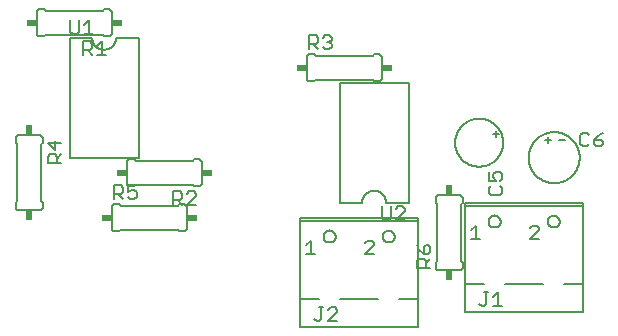
<source format=gbr>
G04 EAGLE Gerber RS-274X export*
G75*
%MOMM*%
%FSLAX34Y34*%
%LPD*%
%INSilkscreen Top*%
%IPPOS*%
%AMOC8*
5,1,8,0,0,1.08239X$1,22.5*%
G01*
%ADD10C,0.152400*%
%ADD11C,0.127000*%
%ADD12R,0.863600X0.609600*%
%ADD13R,0.609600X0.863600*%


D10*
X1055370Y505460D02*
X1055370Y500380D01*
X1052830Y502920D02*
X1057910Y502920D01*
X1021080Y495300D02*
X1021086Y495799D01*
X1021104Y496297D01*
X1021135Y496795D01*
X1021178Y497292D01*
X1021233Y497787D01*
X1021300Y498282D01*
X1021379Y498774D01*
X1021470Y499264D01*
X1021574Y499752D01*
X1021689Y500237D01*
X1021816Y500720D01*
X1021955Y501199D01*
X1022106Y501674D01*
X1022268Y502146D01*
X1022442Y502613D01*
X1022627Y503076D01*
X1022823Y503535D01*
X1023031Y503988D01*
X1023250Y504436D01*
X1023479Y504879D01*
X1023720Y505316D01*
X1023971Y505747D01*
X1024233Y506171D01*
X1024505Y506589D01*
X1024787Y507000D01*
X1025079Y507405D01*
X1025381Y507802D01*
X1025692Y508191D01*
X1026014Y508572D01*
X1026344Y508946D01*
X1026683Y509311D01*
X1027032Y509668D01*
X1027389Y510017D01*
X1027754Y510356D01*
X1028128Y510686D01*
X1028509Y511008D01*
X1028898Y511319D01*
X1029295Y511621D01*
X1029700Y511913D01*
X1030111Y512195D01*
X1030529Y512467D01*
X1030953Y512729D01*
X1031384Y512980D01*
X1031821Y513221D01*
X1032264Y513450D01*
X1032712Y513669D01*
X1033165Y513877D01*
X1033624Y514073D01*
X1034087Y514258D01*
X1034554Y514432D01*
X1035026Y514594D01*
X1035501Y514745D01*
X1035980Y514884D01*
X1036463Y515011D01*
X1036948Y515126D01*
X1037436Y515230D01*
X1037926Y515321D01*
X1038418Y515400D01*
X1038913Y515467D01*
X1039408Y515522D01*
X1039905Y515565D01*
X1040403Y515596D01*
X1040901Y515614D01*
X1041400Y515620D01*
X1041899Y515614D01*
X1042397Y515596D01*
X1042895Y515565D01*
X1043392Y515522D01*
X1043887Y515467D01*
X1044382Y515400D01*
X1044874Y515321D01*
X1045364Y515230D01*
X1045852Y515126D01*
X1046337Y515011D01*
X1046820Y514884D01*
X1047299Y514745D01*
X1047774Y514594D01*
X1048246Y514432D01*
X1048713Y514258D01*
X1049176Y514073D01*
X1049635Y513877D01*
X1050088Y513669D01*
X1050536Y513450D01*
X1050979Y513221D01*
X1051416Y512980D01*
X1051847Y512729D01*
X1052271Y512467D01*
X1052689Y512195D01*
X1053100Y511913D01*
X1053505Y511621D01*
X1053902Y511319D01*
X1054291Y511008D01*
X1054672Y510686D01*
X1055046Y510356D01*
X1055411Y510017D01*
X1055768Y509668D01*
X1056117Y509311D01*
X1056456Y508946D01*
X1056786Y508572D01*
X1057108Y508191D01*
X1057419Y507802D01*
X1057721Y507405D01*
X1058013Y507000D01*
X1058295Y506589D01*
X1058567Y506171D01*
X1058829Y505747D01*
X1059080Y505316D01*
X1059321Y504879D01*
X1059550Y504436D01*
X1059769Y503988D01*
X1059977Y503535D01*
X1060173Y503076D01*
X1060358Y502613D01*
X1060532Y502146D01*
X1060694Y501674D01*
X1060845Y501199D01*
X1060984Y500720D01*
X1061111Y500237D01*
X1061226Y499752D01*
X1061330Y499264D01*
X1061421Y498774D01*
X1061500Y498282D01*
X1061567Y497787D01*
X1061622Y497292D01*
X1061665Y496795D01*
X1061696Y496297D01*
X1061714Y495799D01*
X1061720Y495300D01*
X1061714Y494801D01*
X1061696Y494303D01*
X1061665Y493805D01*
X1061622Y493308D01*
X1061567Y492813D01*
X1061500Y492318D01*
X1061421Y491826D01*
X1061330Y491336D01*
X1061226Y490848D01*
X1061111Y490363D01*
X1060984Y489880D01*
X1060845Y489401D01*
X1060694Y488926D01*
X1060532Y488454D01*
X1060358Y487987D01*
X1060173Y487524D01*
X1059977Y487065D01*
X1059769Y486612D01*
X1059550Y486164D01*
X1059321Y485721D01*
X1059080Y485284D01*
X1058829Y484853D01*
X1058567Y484429D01*
X1058295Y484011D01*
X1058013Y483600D01*
X1057721Y483195D01*
X1057419Y482798D01*
X1057108Y482409D01*
X1056786Y482028D01*
X1056456Y481654D01*
X1056117Y481289D01*
X1055768Y480932D01*
X1055411Y480583D01*
X1055046Y480244D01*
X1054672Y479914D01*
X1054291Y479592D01*
X1053902Y479281D01*
X1053505Y478979D01*
X1053100Y478687D01*
X1052689Y478405D01*
X1052271Y478133D01*
X1051847Y477871D01*
X1051416Y477620D01*
X1050979Y477379D01*
X1050536Y477150D01*
X1050088Y476931D01*
X1049635Y476723D01*
X1049176Y476527D01*
X1048713Y476342D01*
X1048246Y476168D01*
X1047774Y476006D01*
X1047299Y475855D01*
X1046820Y475716D01*
X1046337Y475589D01*
X1045852Y475474D01*
X1045364Y475370D01*
X1044874Y475279D01*
X1044382Y475200D01*
X1043887Y475133D01*
X1043392Y475078D01*
X1042895Y475035D01*
X1042397Y475004D01*
X1041899Y474986D01*
X1041400Y474980D01*
X1040901Y474986D01*
X1040403Y475004D01*
X1039905Y475035D01*
X1039408Y475078D01*
X1038913Y475133D01*
X1038418Y475200D01*
X1037926Y475279D01*
X1037436Y475370D01*
X1036948Y475474D01*
X1036463Y475589D01*
X1035980Y475716D01*
X1035501Y475855D01*
X1035026Y476006D01*
X1034554Y476168D01*
X1034087Y476342D01*
X1033624Y476527D01*
X1033165Y476723D01*
X1032712Y476931D01*
X1032264Y477150D01*
X1031821Y477379D01*
X1031384Y477620D01*
X1030953Y477871D01*
X1030529Y478133D01*
X1030111Y478405D01*
X1029700Y478687D01*
X1029295Y478979D01*
X1028898Y479281D01*
X1028509Y479592D01*
X1028128Y479914D01*
X1027754Y480244D01*
X1027389Y480583D01*
X1027032Y480932D01*
X1026683Y481289D01*
X1026344Y481654D01*
X1026014Y482028D01*
X1025692Y482409D01*
X1025381Y482798D01*
X1025079Y483195D01*
X1024787Y483600D01*
X1024505Y484011D01*
X1024233Y484429D01*
X1023971Y484853D01*
X1023720Y485284D01*
X1023479Y485721D01*
X1023250Y486164D01*
X1023031Y486612D01*
X1022823Y487065D01*
X1022627Y487524D01*
X1022442Y487987D01*
X1022268Y488454D01*
X1022106Y488926D01*
X1021955Y489401D01*
X1021816Y489880D01*
X1021689Y490363D01*
X1021574Y490848D01*
X1021470Y491336D01*
X1021379Y491826D01*
X1021300Y492318D01*
X1021233Y492813D01*
X1021178Y493308D01*
X1021135Y493805D01*
X1021104Y494303D01*
X1021086Y494801D01*
X1021080Y495300D01*
D11*
X1051552Y458584D02*
X1049645Y456677D01*
X1049645Y452864D01*
X1051552Y450957D01*
X1059178Y450957D01*
X1061085Y452864D01*
X1061085Y456677D01*
X1059178Y458584D01*
X1049645Y462651D02*
X1049645Y470278D01*
X1049645Y462651D02*
X1055365Y462651D01*
X1053459Y466464D01*
X1053459Y468371D01*
X1055365Y470278D01*
X1059178Y470278D01*
X1061085Y468371D01*
X1061085Y464558D01*
X1059178Y462651D01*
D10*
X1097280Y497840D02*
X1102360Y497840D01*
X1099820Y495300D02*
X1099820Y500380D01*
X1108710Y497840D02*
X1113790Y497840D01*
X1083310Y482600D02*
X1083317Y483130D01*
X1083336Y483659D01*
X1083368Y484188D01*
X1083414Y484716D01*
X1083472Y485243D01*
X1083544Y485768D01*
X1083628Y486291D01*
X1083725Y486812D01*
X1083835Y487330D01*
X1083957Y487846D01*
X1084092Y488358D01*
X1084240Y488867D01*
X1084400Y489372D01*
X1084572Y489873D01*
X1084757Y490370D01*
X1084953Y490862D01*
X1085162Y491349D01*
X1085383Y491831D01*
X1085615Y492307D01*
X1085859Y492777D01*
X1086115Y493242D01*
X1086382Y493699D01*
X1086660Y494151D01*
X1086949Y494595D01*
X1087248Y495032D01*
X1087559Y495461D01*
X1087880Y495883D01*
X1088211Y496297D01*
X1088552Y496702D01*
X1088903Y497099D01*
X1089264Y497487D01*
X1089634Y497866D01*
X1090013Y498236D01*
X1090401Y498597D01*
X1090798Y498948D01*
X1091203Y499289D01*
X1091617Y499620D01*
X1092039Y499941D01*
X1092468Y500252D01*
X1092905Y500551D01*
X1093349Y500840D01*
X1093801Y501118D01*
X1094258Y501385D01*
X1094723Y501641D01*
X1095193Y501885D01*
X1095669Y502117D01*
X1096151Y502338D01*
X1096638Y502547D01*
X1097130Y502743D01*
X1097627Y502928D01*
X1098128Y503100D01*
X1098633Y503260D01*
X1099142Y503408D01*
X1099654Y503543D01*
X1100170Y503665D01*
X1100688Y503775D01*
X1101209Y503872D01*
X1101732Y503956D01*
X1102257Y504028D01*
X1102784Y504086D01*
X1103312Y504132D01*
X1103841Y504164D01*
X1104370Y504183D01*
X1104900Y504190D01*
X1105430Y504183D01*
X1105959Y504164D01*
X1106488Y504132D01*
X1107016Y504086D01*
X1107543Y504028D01*
X1108068Y503956D01*
X1108591Y503872D01*
X1109112Y503775D01*
X1109630Y503665D01*
X1110146Y503543D01*
X1110658Y503408D01*
X1111167Y503260D01*
X1111672Y503100D01*
X1112173Y502928D01*
X1112670Y502743D01*
X1113162Y502547D01*
X1113649Y502338D01*
X1114131Y502117D01*
X1114607Y501885D01*
X1115077Y501641D01*
X1115542Y501385D01*
X1115999Y501118D01*
X1116451Y500840D01*
X1116895Y500551D01*
X1117332Y500252D01*
X1117761Y499941D01*
X1118183Y499620D01*
X1118597Y499289D01*
X1119002Y498948D01*
X1119399Y498597D01*
X1119787Y498236D01*
X1120166Y497866D01*
X1120536Y497487D01*
X1120897Y497099D01*
X1121248Y496702D01*
X1121589Y496297D01*
X1121920Y495883D01*
X1122241Y495461D01*
X1122552Y495032D01*
X1122851Y494595D01*
X1123140Y494151D01*
X1123418Y493699D01*
X1123685Y493242D01*
X1123941Y492777D01*
X1124185Y492307D01*
X1124417Y491831D01*
X1124638Y491349D01*
X1124847Y490862D01*
X1125043Y490370D01*
X1125228Y489873D01*
X1125400Y489372D01*
X1125560Y488867D01*
X1125708Y488358D01*
X1125843Y487846D01*
X1125965Y487330D01*
X1126075Y486812D01*
X1126172Y486291D01*
X1126256Y485768D01*
X1126328Y485243D01*
X1126386Y484716D01*
X1126432Y484188D01*
X1126464Y483659D01*
X1126483Y483130D01*
X1126490Y482600D01*
X1126483Y482070D01*
X1126464Y481541D01*
X1126432Y481012D01*
X1126386Y480484D01*
X1126328Y479957D01*
X1126256Y479432D01*
X1126172Y478909D01*
X1126075Y478388D01*
X1125965Y477870D01*
X1125843Y477354D01*
X1125708Y476842D01*
X1125560Y476333D01*
X1125400Y475828D01*
X1125228Y475327D01*
X1125043Y474830D01*
X1124847Y474338D01*
X1124638Y473851D01*
X1124417Y473369D01*
X1124185Y472893D01*
X1123941Y472423D01*
X1123685Y471958D01*
X1123418Y471501D01*
X1123140Y471049D01*
X1122851Y470605D01*
X1122552Y470168D01*
X1122241Y469739D01*
X1121920Y469317D01*
X1121589Y468903D01*
X1121248Y468498D01*
X1120897Y468101D01*
X1120536Y467713D01*
X1120166Y467334D01*
X1119787Y466964D01*
X1119399Y466603D01*
X1119002Y466252D01*
X1118597Y465911D01*
X1118183Y465580D01*
X1117761Y465259D01*
X1117332Y464948D01*
X1116895Y464649D01*
X1116451Y464360D01*
X1115999Y464082D01*
X1115542Y463815D01*
X1115077Y463559D01*
X1114607Y463315D01*
X1114131Y463083D01*
X1113649Y462862D01*
X1113162Y462653D01*
X1112670Y462457D01*
X1112173Y462272D01*
X1111672Y462100D01*
X1111167Y461940D01*
X1110658Y461792D01*
X1110146Y461657D01*
X1109630Y461535D01*
X1109112Y461425D01*
X1108591Y461328D01*
X1108068Y461244D01*
X1107543Y461172D01*
X1107016Y461114D01*
X1106488Y461068D01*
X1105959Y461036D01*
X1105430Y461017D01*
X1104900Y461010D01*
X1104370Y461017D01*
X1103841Y461036D01*
X1103312Y461068D01*
X1102784Y461114D01*
X1102257Y461172D01*
X1101732Y461244D01*
X1101209Y461328D01*
X1100688Y461425D01*
X1100170Y461535D01*
X1099654Y461657D01*
X1099142Y461792D01*
X1098633Y461940D01*
X1098128Y462100D01*
X1097627Y462272D01*
X1097130Y462457D01*
X1096638Y462653D01*
X1096151Y462862D01*
X1095669Y463083D01*
X1095193Y463315D01*
X1094723Y463559D01*
X1094258Y463815D01*
X1093801Y464082D01*
X1093349Y464360D01*
X1092905Y464649D01*
X1092468Y464948D01*
X1092039Y465259D01*
X1091617Y465580D01*
X1091203Y465911D01*
X1090798Y466252D01*
X1090401Y466603D01*
X1090013Y466964D01*
X1089634Y467334D01*
X1089264Y467713D01*
X1088903Y468101D01*
X1088552Y468498D01*
X1088211Y468903D01*
X1087880Y469317D01*
X1087559Y469739D01*
X1087248Y470168D01*
X1086949Y470605D01*
X1086660Y471049D01*
X1086382Y471501D01*
X1086115Y471958D01*
X1085859Y472423D01*
X1085615Y472893D01*
X1085383Y473369D01*
X1085162Y473851D01*
X1084953Y474338D01*
X1084757Y474830D01*
X1084572Y475327D01*
X1084400Y475828D01*
X1084240Y476333D01*
X1084092Y476842D01*
X1083957Y477354D01*
X1083835Y477870D01*
X1083725Y478388D01*
X1083628Y478909D01*
X1083544Y479432D01*
X1083472Y479957D01*
X1083414Y480484D01*
X1083368Y481012D01*
X1083336Y481541D01*
X1083317Y482070D01*
X1083310Y482600D01*
D11*
X1132845Y503565D02*
X1134752Y501658D01*
X1132845Y503565D02*
X1129032Y503565D01*
X1127125Y501658D01*
X1127125Y494032D01*
X1129032Y492125D01*
X1132845Y492125D01*
X1134752Y494032D01*
X1142632Y501658D02*
X1146445Y503565D01*
X1142632Y501658D02*
X1138819Y497845D01*
X1138819Y494032D01*
X1140726Y492125D01*
X1144539Y492125D01*
X1146445Y494032D01*
X1146445Y495938D01*
X1144539Y497845D01*
X1138819Y497845D01*
D10*
X1129430Y351790D02*
X1029610Y351790D01*
X1129430Y441710D02*
X1129430Y443740D01*
X1029610Y443740D01*
X1029610Y375670D02*
X1029610Y351790D01*
X1029610Y375670D02*
X1045610Y375670D01*
X1063390Y375670D02*
X1095650Y375670D01*
X1113430Y375670D02*
X1129430Y375670D01*
X1029610Y375670D02*
X1029610Y441710D01*
X1129430Y375670D02*
X1129430Y351790D01*
X1129430Y441710D02*
X1029610Y441710D01*
X1029610Y443740D01*
X1129430Y441710D02*
X1129430Y375670D01*
X1049420Y428498D02*
X1049422Y428640D01*
X1049428Y428783D01*
X1049438Y428925D01*
X1049452Y429067D01*
X1049470Y429208D01*
X1049492Y429349D01*
X1049518Y429489D01*
X1049547Y429628D01*
X1049581Y429767D01*
X1049619Y429904D01*
X1049660Y430041D01*
X1049705Y430176D01*
X1049754Y430310D01*
X1049807Y430442D01*
X1049863Y430573D01*
X1049923Y430702D01*
X1049987Y430830D01*
X1050054Y430955D01*
X1050125Y431079D01*
X1050199Y431201D01*
X1050276Y431320D01*
X1050357Y431438D01*
X1050441Y431553D01*
X1050528Y431665D01*
X1050619Y431775D01*
X1050712Y431883D01*
X1050809Y431988D01*
X1050908Y432090D01*
X1051010Y432189D01*
X1051115Y432286D01*
X1051223Y432379D01*
X1051333Y432470D01*
X1051445Y432557D01*
X1051560Y432641D01*
X1051678Y432722D01*
X1051797Y432799D01*
X1051919Y432873D01*
X1052043Y432944D01*
X1052168Y433011D01*
X1052296Y433075D01*
X1052425Y433135D01*
X1052556Y433191D01*
X1052688Y433244D01*
X1052822Y433293D01*
X1052957Y433338D01*
X1053094Y433379D01*
X1053231Y433417D01*
X1053370Y433451D01*
X1053509Y433480D01*
X1053649Y433506D01*
X1053790Y433528D01*
X1053931Y433546D01*
X1054073Y433560D01*
X1054215Y433570D01*
X1054358Y433576D01*
X1054500Y433578D01*
X1054642Y433576D01*
X1054785Y433570D01*
X1054927Y433560D01*
X1055069Y433546D01*
X1055210Y433528D01*
X1055351Y433506D01*
X1055491Y433480D01*
X1055630Y433451D01*
X1055769Y433417D01*
X1055906Y433379D01*
X1056043Y433338D01*
X1056178Y433293D01*
X1056312Y433244D01*
X1056444Y433191D01*
X1056575Y433135D01*
X1056704Y433075D01*
X1056832Y433011D01*
X1056957Y432944D01*
X1057081Y432873D01*
X1057203Y432799D01*
X1057322Y432722D01*
X1057440Y432641D01*
X1057555Y432557D01*
X1057667Y432470D01*
X1057777Y432379D01*
X1057885Y432286D01*
X1057990Y432189D01*
X1058092Y432090D01*
X1058191Y431988D01*
X1058288Y431883D01*
X1058381Y431775D01*
X1058472Y431665D01*
X1058559Y431553D01*
X1058643Y431438D01*
X1058724Y431320D01*
X1058801Y431201D01*
X1058875Y431079D01*
X1058946Y430955D01*
X1059013Y430830D01*
X1059077Y430702D01*
X1059137Y430573D01*
X1059193Y430442D01*
X1059246Y430310D01*
X1059295Y430176D01*
X1059340Y430041D01*
X1059381Y429904D01*
X1059419Y429767D01*
X1059453Y429628D01*
X1059482Y429489D01*
X1059508Y429349D01*
X1059530Y429208D01*
X1059548Y429067D01*
X1059562Y428925D01*
X1059572Y428783D01*
X1059578Y428640D01*
X1059580Y428498D01*
X1059578Y428356D01*
X1059572Y428213D01*
X1059562Y428071D01*
X1059548Y427929D01*
X1059530Y427788D01*
X1059508Y427647D01*
X1059482Y427507D01*
X1059453Y427368D01*
X1059419Y427229D01*
X1059381Y427092D01*
X1059340Y426955D01*
X1059295Y426820D01*
X1059246Y426686D01*
X1059193Y426554D01*
X1059137Y426423D01*
X1059077Y426294D01*
X1059013Y426166D01*
X1058946Y426041D01*
X1058875Y425917D01*
X1058801Y425795D01*
X1058724Y425676D01*
X1058643Y425558D01*
X1058559Y425443D01*
X1058472Y425331D01*
X1058381Y425221D01*
X1058288Y425113D01*
X1058191Y425008D01*
X1058092Y424906D01*
X1057990Y424807D01*
X1057885Y424710D01*
X1057777Y424617D01*
X1057667Y424526D01*
X1057555Y424439D01*
X1057440Y424355D01*
X1057322Y424274D01*
X1057203Y424197D01*
X1057081Y424123D01*
X1056957Y424052D01*
X1056832Y423985D01*
X1056704Y423921D01*
X1056575Y423861D01*
X1056444Y423805D01*
X1056312Y423752D01*
X1056178Y423703D01*
X1056043Y423658D01*
X1055906Y423617D01*
X1055769Y423579D01*
X1055630Y423545D01*
X1055491Y423516D01*
X1055351Y423490D01*
X1055210Y423468D01*
X1055069Y423450D01*
X1054927Y423436D01*
X1054785Y423426D01*
X1054642Y423420D01*
X1054500Y423418D01*
X1054358Y423420D01*
X1054215Y423426D01*
X1054073Y423436D01*
X1053931Y423450D01*
X1053790Y423468D01*
X1053649Y423490D01*
X1053509Y423516D01*
X1053370Y423545D01*
X1053231Y423579D01*
X1053094Y423617D01*
X1052957Y423658D01*
X1052822Y423703D01*
X1052688Y423752D01*
X1052556Y423805D01*
X1052425Y423861D01*
X1052296Y423921D01*
X1052168Y423985D01*
X1052043Y424052D01*
X1051919Y424123D01*
X1051797Y424197D01*
X1051678Y424274D01*
X1051560Y424355D01*
X1051445Y424439D01*
X1051333Y424526D01*
X1051223Y424617D01*
X1051115Y424710D01*
X1051010Y424807D01*
X1050908Y424906D01*
X1050809Y425008D01*
X1050712Y425113D01*
X1050619Y425221D01*
X1050528Y425331D01*
X1050441Y425443D01*
X1050357Y425558D01*
X1050276Y425676D01*
X1050199Y425795D01*
X1050125Y425917D01*
X1050054Y426041D01*
X1049987Y426166D01*
X1049923Y426294D01*
X1049863Y426423D01*
X1049807Y426554D01*
X1049754Y426686D01*
X1049705Y426820D01*
X1049660Y426955D01*
X1049619Y427092D01*
X1049581Y427229D01*
X1049547Y427368D01*
X1049518Y427507D01*
X1049492Y427647D01*
X1049470Y427788D01*
X1049452Y427929D01*
X1049438Y428071D01*
X1049428Y428213D01*
X1049422Y428356D01*
X1049420Y428498D01*
X1099458Y428498D02*
X1099460Y428640D01*
X1099466Y428783D01*
X1099476Y428925D01*
X1099490Y429067D01*
X1099508Y429208D01*
X1099530Y429349D01*
X1099556Y429489D01*
X1099585Y429628D01*
X1099619Y429767D01*
X1099657Y429904D01*
X1099698Y430041D01*
X1099743Y430176D01*
X1099792Y430310D01*
X1099845Y430442D01*
X1099901Y430573D01*
X1099961Y430702D01*
X1100025Y430830D01*
X1100092Y430955D01*
X1100163Y431079D01*
X1100237Y431201D01*
X1100314Y431320D01*
X1100395Y431438D01*
X1100479Y431553D01*
X1100566Y431665D01*
X1100657Y431775D01*
X1100750Y431883D01*
X1100847Y431988D01*
X1100946Y432090D01*
X1101048Y432189D01*
X1101153Y432286D01*
X1101261Y432379D01*
X1101371Y432470D01*
X1101483Y432557D01*
X1101598Y432641D01*
X1101716Y432722D01*
X1101835Y432799D01*
X1101957Y432873D01*
X1102081Y432944D01*
X1102206Y433011D01*
X1102334Y433075D01*
X1102463Y433135D01*
X1102594Y433191D01*
X1102726Y433244D01*
X1102860Y433293D01*
X1102995Y433338D01*
X1103132Y433379D01*
X1103269Y433417D01*
X1103408Y433451D01*
X1103547Y433480D01*
X1103687Y433506D01*
X1103828Y433528D01*
X1103969Y433546D01*
X1104111Y433560D01*
X1104253Y433570D01*
X1104396Y433576D01*
X1104538Y433578D01*
X1104680Y433576D01*
X1104823Y433570D01*
X1104965Y433560D01*
X1105107Y433546D01*
X1105248Y433528D01*
X1105389Y433506D01*
X1105529Y433480D01*
X1105668Y433451D01*
X1105807Y433417D01*
X1105944Y433379D01*
X1106081Y433338D01*
X1106216Y433293D01*
X1106350Y433244D01*
X1106482Y433191D01*
X1106613Y433135D01*
X1106742Y433075D01*
X1106870Y433011D01*
X1106995Y432944D01*
X1107119Y432873D01*
X1107241Y432799D01*
X1107360Y432722D01*
X1107478Y432641D01*
X1107593Y432557D01*
X1107705Y432470D01*
X1107815Y432379D01*
X1107923Y432286D01*
X1108028Y432189D01*
X1108130Y432090D01*
X1108229Y431988D01*
X1108326Y431883D01*
X1108419Y431775D01*
X1108510Y431665D01*
X1108597Y431553D01*
X1108681Y431438D01*
X1108762Y431320D01*
X1108839Y431201D01*
X1108913Y431079D01*
X1108984Y430955D01*
X1109051Y430830D01*
X1109115Y430702D01*
X1109175Y430573D01*
X1109231Y430442D01*
X1109284Y430310D01*
X1109333Y430176D01*
X1109378Y430041D01*
X1109419Y429904D01*
X1109457Y429767D01*
X1109491Y429628D01*
X1109520Y429489D01*
X1109546Y429349D01*
X1109568Y429208D01*
X1109586Y429067D01*
X1109600Y428925D01*
X1109610Y428783D01*
X1109616Y428640D01*
X1109618Y428498D01*
X1109616Y428356D01*
X1109610Y428213D01*
X1109600Y428071D01*
X1109586Y427929D01*
X1109568Y427788D01*
X1109546Y427647D01*
X1109520Y427507D01*
X1109491Y427368D01*
X1109457Y427229D01*
X1109419Y427092D01*
X1109378Y426955D01*
X1109333Y426820D01*
X1109284Y426686D01*
X1109231Y426554D01*
X1109175Y426423D01*
X1109115Y426294D01*
X1109051Y426166D01*
X1108984Y426041D01*
X1108913Y425917D01*
X1108839Y425795D01*
X1108762Y425676D01*
X1108681Y425558D01*
X1108597Y425443D01*
X1108510Y425331D01*
X1108419Y425221D01*
X1108326Y425113D01*
X1108229Y425008D01*
X1108130Y424906D01*
X1108028Y424807D01*
X1107923Y424710D01*
X1107815Y424617D01*
X1107705Y424526D01*
X1107593Y424439D01*
X1107478Y424355D01*
X1107360Y424274D01*
X1107241Y424197D01*
X1107119Y424123D01*
X1106995Y424052D01*
X1106870Y423985D01*
X1106742Y423921D01*
X1106613Y423861D01*
X1106482Y423805D01*
X1106350Y423752D01*
X1106216Y423703D01*
X1106081Y423658D01*
X1105944Y423617D01*
X1105807Y423579D01*
X1105668Y423545D01*
X1105529Y423516D01*
X1105389Y423490D01*
X1105248Y423468D01*
X1105107Y423450D01*
X1104965Y423436D01*
X1104823Y423426D01*
X1104680Y423420D01*
X1104538Y423418D01*
X1104396Y423420D01*
X1104253Y423426D01*
X1104111Y423436D01*
X1103969Y423450D01*
X1103828Y423468D01*
X1103687Y423490D01*
X1103547Y423516D01*
X1103408Y423545D01*
X1103269Y423579D01*
X1103132Y423617D01*
X1102995Y423658D01*
X1102860Y423703D01*
X1102726Y423752D01*
X1102594Y423805D01*
X1102463Y423861D01*
X1102334Y423921D01*
X1102206Y423985D01*
X1102081Y424052D01*
X1101957Y424123D01*
X1101835Y424197D01*
X1101716Y424274D01*
X1101598Y424355D01*
X1101483Y424439D01*
X1101371Y424526D01*
X1101261Y424617D01*
X1101153Y424710D01*
X1101048Y424807D01*
X1100946Y424906D01*
X1100847Y425008D01*
X1100750Y425113D01*
X1100657Y425221D01*
X1100566Y425331D01*
X1100479Y425443D01*
X1100395Y425558D01*
X1100314Y425676D01*
X1100237Y425795D01*
X1100163Y425917D01*
X1100092Y426041D01*
X1100025Y426166D01*
X1099961Y426294D01*
X1099901Y426423D01*
X1099845Y426554D01*
X1099792Y426686D01*
X1099743Y426820D01*
X1099698Y426955D01*
X1099657Y427092D01*
X1099619Y427229D01*
X1099585Y427368D01*
X1099556Y427507D01*
X1099530Y427647D01*
X1099508Y427788D01*
X1099490Y427929D01*
X1099476Y428071D01*
X1099466Y428213D01*
X1099460Y428356D01*
X1099458Y428498D01*
D11*
X1038628Y424825D02*
X1034815Y421012D01*
X1038628Y424825D02*
X1038628Y413385D01*
X1034815Y413385D02*
X1042442Y413385D01*
X1084345Y413385D02*
X1091972Y413385D01*
X1084345Y413385D02*
X1091972Y421012D01*
X1091972Y422918D01*
X1090065Y424825D01*
X1086252Y424825D01*
X1084345Y422918D01*
X1041673Y358904D02*
X1043580Y356997D01*
X1045486Y356997D01*
X1047393Y358904D01*
X1047393Y368437D01*
X1045486Y368437D02*
X1049300Y368437D01*
X1053367Y364624D02*
X1057180Y368437D01*
X1057180Y356997D01*
X1053367Y356997D02*
X1060993Y356997D01*
D10*
X989730Y339090D02*
X889910Y339090D01*
X989730Y429010D02*
X989730Y431040D01*
X889910Y431040D01*
X889910Y362970D02*
X889910Y339090D01*
X889910Y362970D02*
X905910Y362970D01*
X923690Y362970D02*
X955950Y362970D01*
X973730Y362970D02*
X989730Y362970D01*
X889910Y362970D02*
X889910Y429010D01*
X989730Y362970D02*
X989730Y339090D01*
X989730Y429010D02*
X889910Y429010D01*
X889910Y431040D01*
X989730Y429010D02*
X989730Y362970D01*
X909720Y415798D02*
X909722Y415940D01*
X909728Y416083D01*
X909738Y416225D01*
X909752Y416367D01*
X909770Y416508D01*
X909792Y416649D01*
X909818Y416789D01*
X909847Y416928D01*
X909881Y417067D01*
X909919Y417204D01*
X909960Y417341D01*
X910005Y417476D01*
X910054Y417610D01*
X910107Y417742D01*
X910163Y417873D01*
X910223Y418002D01*
X910287Y418130D01*
X910354Y418255D01*
X910425Y418379D01*
X910499Y418501D01*
X910576Y418620D01*
X910657Y418738D01*
X910741Y418853D01*
X910828Y418965D01*
X910919Y419075D01*
X911012Y419183D01*
X911109Y419288D01*
X911208Y419390D01*
X911310Y419489D01*
X911415Y419586D01*
X911523Y419679D01*
X911633Y419770D01*
X911745Y419857D01*
X911860Y419941D01*
X911978Y420022D01*
X912097Y420099D01*
X912219Y420173D01*
X912343Y420244D01*
X912468Y420311D01*
X912596Y420375D01*
X912725Y420435D01*
X912856Y420491D01*
X912988Y420544D01*
X913122Y420593D01*
X913257Y420638D01*
X913394Y420679D01*
X913531Y420717D01*
X913670Y420751D01*
X913809Y420780D01*
X913949Y420806D01*
X914090Y420828D01*
X914231Y420846D01*
X914373Y420860D01*
X914515Y420870D01*
X914658Y420876D01*
X914800Y420878D01*
X914942Y420876D01*
X915085Y420870D01*
X915227Y420860D01*
X915369Y420846D01*
X915510Y420828D01*
X915651Y420806D01*
X915791Y420780D01*
X915930Y420751D01*
X916069Y420717D01*
X916206Y420679D01*
X916343Y420638D01*
X916478Y420593D01*
X916612Y420544D01*
X916744Y420491D01*
X916875Y420435D01*
X917004Y420375D01*
X917132Y420311D01*
X917257Y420244D01*
X917381Y420173D01*
X917503Y420099D01*
X917622Y420022D01*
X917740Y419941D01*
X917855Y419857D01*
X917967Y419770D01*
X918077Y419679D01*
X918185Y419586D01*
X918290Y419489D01*
X918392Y419390D01*
X918491Y419288D01*
X918588Y419183D01*
X918681Y419075D01*
X918772Y418965D01*
X918859Y418853D01*
X918943Y418738D01*
X919024Y418620D01*
X919101Y418501D01*
X919175Y418379D01*
X919246Y418255D01*
X919313Y418130D01*
X919377Y418002D01*
X919437Y417873D01*
X919493Y417742D01*
X919546Y417610D01*
X919595Y417476D01*
X919640Y417341D01*
X919681Y417204D01*
X919719Y417067D01*
X919753Y416928D01*
X919782Y416789D01*
X919808Y416649D01*
X919830Y416508D01*
X919848Y416367D01*
X919862Y416225D01*
X919872Y416083D01*
X919878Y415940D01*
X919880Y415798D01*
X919878Y415656D01*
X919872Y415513D01*
X919862Y415371D01*
X919848Y415229D01*
X919830Y415088D01*
X919808Y414947D01*
X919782Y414807D01*
X919753Y414668D01*
X919719Y414529D01*
X919681Y414392D01*
X919640Y414255D01*
X919595Y414120D01*
X919546Y413986D01*
X919493Y413854D01*
X919437Y413723D01*
X919377Y413594D01*
X919313Y413466D01*
X919246Y413341D01*
X919175Y413217D01*
X919101Y413095D01*
X919024Y412976D01*
X918943Y412858D01*
X918859Y412743D01*
X918772Y412631D01*
X918681Y412521D01*
X918588Y412413D01*
X918491Y412308D01*
X918392Y412206D01*
X918290Y412107D01*
X918185Y412010D01*
X918077Y411917D01*
X917967Y411826D01*
X917855Y411739D01*
X917740Y411655D01*
X917622Y411574D01*
X917503Y411497D01*
X917381Y411423D01*
X917257Y411352D01*
X917132Y411285D01*
X917004Y411221D01*
X916875Y411161D01*
X916744Y411105D01*
X916612Y411052D01*
X916478Y411003D01*
X916343Y410958D01*
X916206Y410917D01*
X916069Y410879D01*
X915930Y410845D01*
X915791Y410816D01*
X915651Y410790D01*
X915510Y410768D01*
X915369Y410750D01*
X915227Y410736D01*
X915085Y410726D01*
X914942Y410720D01*
X914800Y410718D01*
X914658Y410720D01*
X914515Y410726D01*
X914373Y410736D01*
X914231Y410750D01*
X914090Y410768D01*
X913949Y410790D01*
X913809Y410816D01*
X913670Y410845D01*
X913531Y410879D01*
X913394Y410917D01*
X913257Y410958D01*
X913122Y411003D01*
X912988Y411052D01*
X912856Y411105D01*
X912725Y411161D01*
X912596Y411221D01*
X912468Y411285D01*
X912343Y411352D01*
X912219Y411423D01*
X912097Y411497D01*
X911978Y411574D01*
X911860Y411655D01*
X911745Y411739D01*
X911633Y411826D01*
X911523Y411917D01*
X911415Y412010D01*
X911310Y412107D01*
X911208Y412206D01*
X911109Y412308D01*
X911012Y412413D01*
X910919Y412521D01*
X910828Y412631D01*
X910741Y412743D01*
X910657Y412858D01*
X910576Y412976D01*
X910499Y413095D01*
X910425Y413217D01*
X910354Y413341D01*
X910287Y413466D01*
X910223Y413594D01*
X910163Y413723D01*
X910107Y413854D01*
X910054Y413986D01*
X910005Y414120D01*
X909960Y414255D01*
X909919Y414392D01*
X909881Y414529D01*
X909847Y414668D01*
X909818Y414807D01*
X909792Y414947D01*
X909770Y415088D01*
X909752Y415229D01*
X909738Y415371D01*
X909728Y415513D01*
X909722Y415656D01*
X909720Y415798D01*
X959758Y415798D02*
X959760Y415940D01*
X959766Y416083D01*
X959776Y416225D01*
X959790Y416367D01*
X959808Y416508D01*
X959830Y416649D01*
X959856Y416789D01*
X959885Y416928D01*
X959919Y417067D01*
X959957Y417204D01*
X959998Y417341D01*
X960043Y417476D01*
X960092Y417610D01*
X960145Y417742D01*
X960201Y417873D01*
X960261Y418002D01*
X960325Y418130D01*
X960392Y418255D01*
X960463Y418379D01*
X960537Y418501D01*
X960614Y418620D01*
X960695Y418738D01*
X960779Y418853D01*
X960866Y418965D01*
X960957Y419075D01*
X961050Y419183D01*
X961147Y419288D01*
X961246Y419390D01*
X961348Y419489D01*
X961453Y419586D01*
X961561Y419679D01*
X961671Y419770D01*
X961783Y419857D01*
X961898Y419941D01*
X962016Y420022D01*
X962135Y420099D01*
X962257Y420173D01*
X962381Y420244D01*
X962506Y420311D01*
X962634Y420375D01*
X962763Y420435D01*
X962894Y420491D01*
X963026Y420544D01*
X963160Y420593D01*
X963295Y420638D01*
X963432Y420679D01*
X963569Y420717D01*
X963708Y420751D01*
X963847Y420780D01*
X963987Y420806D01*
X964128Y420828D01*
X964269Y420846D01*
X964411Y420860D01*
X964553Y420870D01*
X964696Y420876D01*
X964838Y420878D01*
X964980Y420876D01*
X965123Y420870D01*
X965265Y420860D01*
X965407Y420846D01*
X965548Y420828D01*
X965689Y420806D01*
X965829Y420780D01*
X965968Y420751D01*
X966107Y420717D01*
X966244Y420679D01*
X966381Y420638D01*
X966516Y420593D01*
X966650Y420544D01*
X966782Y420491D01*
X966913Y420435D01*
X967042Y420375D01*
X967170Y420311D01*
X967295Y420244D01*
X967419Y420173D01*
X967541Y420099D01*
X967660Y420022D01*
X967778Y419941D01*
X967893Y419857D01*
X968005Y419770D01*
X968115Y419679D01*
X968223Y419586D01*
X968328Y419489D01*
X968430Y419390D01*
X968529Y419288D01*
X968626Y419183D01*
X968719Y419075D01*
X968810Y418965D01*
X968897Y418853D01*
X968981Y418738D01*
X969062Y418620D01*
X969139Y418501D01*
X969213Y418379D01*
X969284Y418255D01*
X969351Y418130D01*
X969415Y418002D01*
X969475Y417873D01*
X969531Y417742D01*
X969584Y417610D01*
X969633Y417476D01*
X969678Y417341D01*
X969719Y417204D01*
X969757Y417067D01*
X969791Y416928D01*
X969820Y416789D01*
X969846Y416649D01*
X969868Y416508D01*
X969886Y416367D01*
X969900Y416225D01*
X969910Y416083D01*
X969916Y415940D01*
X969918Y415798D01*
X969916Y415656D01*
X969910Y415513D01*
X969900Y415371D01*
X969886Y415229D01*
X969868Y415088D01*
X969846Y414947D01*
X969820Y414807D01*
X969791Y414668D01*
X969757Y414529D01*
X969719Y414392D01*
X969678Y414255D01*
X969633Y414120D01*
X969584Y413986D01*
X969531Y413854D01*
X969475Y413723D01*
X969415Y413594D01*
X969351Y413466D01*
X969284Y413341D01*
X969213Y413217D01*
X969139Y413095D01*
X969062Y412976D01*
X968981Y412858D01*
X968897Y412743D01*
X968810Y412631D01*
X968719Y412521D01*
X968626Y412413D01*
X968529Y412308D01*
X968430Y412206D01*
X968328Y412107D01*
X968223Y412010D01*
X968115Y411917D01*
X968005Y411826D01*
X967893Y411739D01*
X967778Y411655D01*
X967660Y411574D01*
X967541Y411497D01*
X967419Y411423D01*
X967295Y411352D01*
X967170Y411285D01*
X967042Y411221D01*
X966913Y411161D01*
X966782Y411105D01*
X966650Y411052D01*
X966516Y411003D01*
X966381Y410958D01*
X966244Y410917D01*
X966107Y410879D01*
X965968Y410845D01*
X965829Y410816D01*
X965689Y410790D01*
X965548Y410768D01*
X965407Y410750D01*
X965265Y410736D01*
X965123Y410726D01*
X964980Y410720D01*
X964838Y410718D01*
X964696Y410720D01*
X964553Y410726D01*
X964411Y410736D01*
X964269Y410750D01*
X964128Y410768D01*
X963987Y410790D01*
X963847Y410816D01*
X963708Y410845D01*
X963569Y410879D01*
X963432Y410917D01*
X963295Y410958D01*
X963160Y411003D01*
X963026Y411052D01*
X962894Y411105D01*
X962763Y411161D01*
X962634Y411221D01*
X962506Y411285D01*
X962381Y411352D01*
X962257Y411423D01*
X962135Y411497D01*
X962016Y411574D01*
X961898Y411655D01*
X961783Y411739D01*
X961671Y411826D01*
X961561Y411917D01*
X961453Y412010D01*
X961348Y412107D01*
X961246Y412206D01*
X961147Y412308D01*
X961050Y412413D01*
X960957Y412521D01*
X960866Y412631D01*
X960779Y412743D01*
X960695Y412858D01*
X960614Y412976D01*
X960537Y413095D01*
X960463Y413217D01*
X960392Y413341D01*
X960325Y413466D01*
X960261Y413594D01*
X960201Y413723D01*
X960145Y413854D01*
X960092Y413986D01*
X960043Y414120D01*
X959998Y414255D01*
X959957Y414392D01*
X959919Y414529D01*
X959885Y414668D01*
X959856Y414807D01*
X959830Y414947D01*
X959808Y415088D01*
X959790Y415229D01*
X959776Y415371D01*
X959766Y415513D01*
X959760Y415656D01*
X959758Y415798D01*
D11*
X898928Y412125D02*
X895115Y408312D01*
X898928Y412125D02*
X898928Y400685D01*
X895115Y400685D02*
X902742Y400685D01*
X944645Y400685D02*
X952272Y400685D01*
X944645Y400685D02*
X952272Y408312D01*
X952272Y410218D01*
X950365Y412125D01*
X946552Y412125D01*
X944645Y410218D01*
X901973Y346204D02*
X903880Y344297D01*
X905786Y344297D01*
X907693Y346204D01*
X907693Y355737D01*
X905786Y355737D02*
X909600Y355737D01*
X913667Y344297D02*
X921293Y344297D01*
X913667Y344297D02*
X921293Y351924D01*
X921293Y353830D01*
X919387Y355737D01*
X915574Y355737D01*
X913667Y353830D01*
D10*
X727710Y585470D02*
X727810Y585472D01*
X727909Y585478D01*
X728009Y585488D01*
X728107Y585501D01*
X728206Y585519D01*
X728303Y585540D01*
X728399Y585565D01*
X728495Y585594D01*
X728589Y585627D01*
X728682Y585663D01*
X728773Y585703D01*
X728863Y585747D01*
X728951Y585794D01*
X729037Y585844D01*
X729121Y585898D01*
X729203Y585955D01*
X729282Y586015D01*
X729360Y586079D01*
X729434Y586145D01*
X729506Y586214D01*
X729575Y586286D01*
X729641Y586360D01*
X729705Y586438D01*
X729765Y586517D01*
X729822Y586599D01*
X729876Y586683D01*
X729926Y586769D01*
X729973Y586857D01*
X730017Y586947D01*
X730057Y587038D01*
X730093Y587131D01*
X730126Y587225D01*
X730155Y587321D01*
X730180Y587417D01*
X730201Y587514D01*
X730219Y587613D01*
X730232Y587711D01*
X730242Y587811D01*
X730248Y587910D01*
X730250Y588010D01*
X730250Y605790D02*
X730248Y605890D01*
X730242Y605989D01*
X730232Y606089D01*
X730219Y606187D01*
X730201Y606286D01*
X730180Y606383D01*
X730155Y606479D01*
X730126Y606575D01*
X730093Y606669D01*
X730057Y606762D01*
X730017Y606853D01*
X729973Y606943D01*
X729926Y607031D01*
X729876Y607117D01*
X729822Y607201D01*
X729765Y607283D01*
X729705Y607362D01*
X729641Y607440D01*
X729575Y607514D01*
X729506Y607586D01*
X729434Y607655D01*
X729360Y607721D01*
X729282Y607785D01*
X729203Y607845D01*
X729121Y607902D01*
X729037Y607956D01*
X728951Y608006D01*
X728863Y608053D01*
X728773Y608097D01*
X728682Y608137D01*
X728589Y608173D01*
X728495Y608206D01*
X728399Y608235D01*
X728303Y608260D01*
X728206Y608281D01*
X728107Y608299D01*
X728009Y608312D01*
X727909Y608322D01*
X727810Y608328D01*
X727710Y608330D01*
X669290Y608330D02*
X669190Y608328D01*
X669091Y608322D01*
X668991Y608312D01*
X668893Y608299D01*
X668794Y608281D01*
X668697Y608260D01*
X668601Y608235D01*
X668505Y608206D01*
X668411Y608173D01*
X668318Y608137D01*
X668227Y608097D01*
X668137Y608053D01*
X668049Y608006D01*
X667963Y607956D01*
X667879Y607902D01*
X667797Y607845D01*
X667718Y607785D01*
X667640Y607721D01*
X667566Y607655D01*
X667494Y607586D01*
X667425Y607514D01*
X667359Y607440D01*
X667295Y607362D01*
X667235Y607283D01*
X667178Y607201D01*
X667124Y607117D01*
X667074Y607031D01*
X667027Y606943D01*
X666983Y606853D01*
X666943Y606762D01*
X666907Y606669D01*
X666874Y606575D01*
X666845Y606479D01*
X666820Y606383D01*
X666799Y606286D01*
X666781Y606187D01*
X666768Y606089D01*
X666758Y605989D01*
X666752Y605890D01*
X666750Y605790D01*
X666750Y588010D02*
X666752Y587910D01*
X666758Y587811D01*
X666768Y587711D01*
X666781Y587613D01*
X666799Y587514D01*
X666820Y587417D01*
X666845Y587321D01*
X666874Y587225D01*
X666907Y587131D01*
X666943Y587038D01*
X666983Y586947D01*
X667027Y586857D01*
X667074Y586769D01*
X667124Y586683D01*
X667178Y586599D01*
X667235Y586517D01*
X667295Y586438D01*
X667359Y586360D01*
X667425Y586286D01*
X667494Y586214D01*
X667566Y586145D01*
X667640Y586079D01*
X667718Y586015D01*
X667797Y585955D01*
X667879Y585898D01*
X667963Y585844D01*
X668049Y585794D01*
X668137Y585747D01*
X668227Y585703D01*
X668318Y585663D01*
X668411Y585627D01*
X668505Y585594D01*
X668601Y585565D01*
X668697Y585540D01*
X668794Y585519D01*
X668893Y585501D01*
X668991Y585488D01*
X669091Y585478D01*
X669190Y585472D01*
X669290Y585470D01*
X730250Y588010D02*
X730250Y605790D01*
X727710Y585470D02*
X723900Y585470D01*
X722630Y586740D01*
X723900Y608330D02*
X727710Y608330D01*
X723900Y608330D02*
X722630Y607060D01*
X674370Y586740D02*
X673100Y585470D01*
X674370Y586740D02*
X722630Y586740D01*
X674370Y607060D02*
X673100Y608330D01*
X674370Y607060D02*
X722630Y607060D01*
X673100Y585470D02*
X669290Y585470D01*
X669290Y608330D02*
X673100Y608330D01*
X666750Y605790D02*
X666750Y588010D01*
D12*
X662432Y596900D03*
X734568Y596900D03*
D11*
X706227Y581035D02*
X706227Y569595D01*
X706227Y581035D02*
X711947Y581035D01*
X713854Y579128D01*
X713854Y575315D01*
X711947Y573408D01*
X706227Y573408D01*
X710040Y573408D02*
X713854Y569595D01*
X717921Y577222D02*
X721734Y581035D01*
X721734Y569595D01*
X717921Y569595D02*
X725548Y569595D01*
D10*
X806450Y461010D02*
X806448Y460910D01*
X806442Y460811D01*
X806432Y460711D01*
X806419Y460613D01*
X806401Y460514D01*
X806380Y460417D01*
X806355Y460321D01*
X806326Y460225D01*
X806293Y460131D01*
X806257Y460038D01*
X806217Y459947D01*
X806173Y459857D01*
X806126Y459769D01*
X806076Y459683D01*
X806022Y459599D01*
X805965Y459517D01*
X805905Y459438D01*
X805841Y459360D01*
X805775Y459286D01*
X805706Y459214D01*
X805634Y459145D01*
X805560Y459079D01*
X805482Y459015D01*
X805403Y458955D01*
X805321Y458898D01*
X805237Y458844D01*
X805151Y458794D01*
X805063Y458747D01*
X804973Y458703D01*
X804882Y458663D01*
X804789Y458627D01*
X804695Y458594D01*
X804599Y458565D01*
X804503Y458540D01*
X804406Y458519D01*
X804307Y458501D01*
X804209Y458488D01*
X804109Y458478D01*
X804010Y458472D01*
X803910Y458470D01*
X806450Y478790D02*
X806448Y478890D01*
X806442Y478989D01*
X806432Y479089D01*
X806419Y479187D01*
X806401Y479286D01*
X806380Y479383D01*
X806355Y479479D01*
X806326Y479575D01*
X806293Y479669D01*
X806257Y479762D01*
X806217Y479853D01*
X806173Y479943D01*
X806126Y480031D01*
X806076Y480117D01*
X806022Y480201D01*
X805965Y480283D01*
X805905Y480362D01*
X805841Y480440D01*
X805775Y480514D01*
X805706Y480586D01*
X805634Y480655D01*
X805560Y480721D01*
X805482Y480785D01*
X805403Y480845D01*
X805321Y480902D01*
X805237Y480956D01*
X805151Y481006D01*
X805063Y481053D01*
X804973Y481097D01*
X804882Y481137D01*
X804789Y481173D01*
X804695Y481206D01*
X804599Y481235D01*
X804503Y481260D01*
X804406Y481281D01*
X804307Y481299D01*
X804209Y481312D01*
X804109Y481322D01*
X804010Y481328D01*
X803910Y481330D01*
X745490Y481330D02*
X745390Y481328D01*
X745291Y481322D01*
X745191Y481312D01*
X745093Y481299D01*
X744994Y481281D01*
X744897Y481260D01*
X744801Y481235D01*
X744705Y481206D01*
X744611Y481173D01*
X744518Y481137D01*
X744427Y481097D01*
X744337Y481053D01*
X744249Y481006D01*
X744163Y480956D01*
X744079Y480902D01*
X743997Y480845D01*
X743918Y480785D01*
X743840Y480721D01*
X743766Y480655D01*
X743694Y480586D01*
X743625Y480514D01*
X743559Y480440D01*
X743495Y480362D01*
X743435Y480283D01*
X743378Y480201D01*
X743324Y480117D01*
X743274Y480031D01*
X743227Y479943D01*
X743183Y479853D01*
X743143Y479762D01*
X743107Y479669D01*
X743074Y479575D01*
X743045Y479479D01*
X743020Y479383D01*
X742999Y479286D01*
X742981Y479187D01*
X742968Y479089D01*
X742958Y478989D01*
X742952Y478890D01*
X742950Y478790D01*
X742950Y461010D02*
X742952Y460910D01*
X742958Y460811D01*
X742968Y460711D01*
X742981Y460613D01*
X742999Y460514D01*
X743020Y460417D01*
X743045Y460321D01*
X743074Y460225D01*
X743107Y460131D01*
X743143Y460038D01*
X743183Y459947D01*
X743227Y459857D01*
X743274Y459769D01*
X743324Y459683D01*
X743378Y459599D01*
X743435Y459517D01*
X743495Y459438D01*
X743559Y459360D01*
X743625Y459286D01*
X743694Y459214D01*
X743766Y459145D01*
X743840Y459079D01*
X743918Y459015D01*
X743997Y458955D01*
X744079Y458898D01*
X744163Y458844D01*
X744249Y458794D01*
X744337Y458747D01*
X744427Y458703D01*
X744518Y458663D01*
X744611Y458627D01*
X744705Y458594D01*
X744801Y458565D01*
X744897Y458540D01*
X744994Y458519D01*
X745093Y458501D01*
X745191Y458488D01*
X745291Y458478D01*
X745390Y458472D01*
X745490Y458470D01*
X806450Y461010D02*
X806450Y478790D01*
X803910Y458470D02*
X800100Y458470D01*
X798830Y459740D01*
X800100Y481330D02*
X803910Y481330D01*
X800100Y481330D02*
X798830Y480060D01*
X750570Y459740D02*
X749300Y458470D01*
X750570Y459740D02*
X798830Y459740D01*
X750570Y480060D02*
X749300Y481330D01*
X750570Y480060D02*
X798830Y480060D01*
X749300Y458470D02*
X745490Y458470D01*
X745490Y481330D02*
X749300Y481330D01*
X742950Y478790D02*
X742950Y461010D01*
D12*
X738632Y469900D03*
X810768Y469900D03*
D11*
X782427Y454035D02*
X782427Y442595D01*
X782427Y454035D02*
X788147Y454035D01*
X790054Y452128D01*
X790054Y448315D01*
X788147Y446408D01*
X782427Y446408D01*
X786240Y446408D02*
X790054Y442595D01*
X794121Y442595D02*
X801748Y442595D01*
X794121Y442595D02*
X801748Y450222D01*
X801748Y452128D01*
X799841Y454035D01*
X796028Y454035D01*
X794121Y452128D01*
D10*
X895350Y567690D02*
X895352Y567790D01*
X895358Y567889D01*
X895368Y567989D01*
X895381Y568087D01*
X895399Y568186D01*
X895420Y568283D01*
X895445Y568379D01*
X895474Y568475D01*
X895507Y568569D01*
X895543Y568662D01*
X895583Y568753D01*
X895627Y568843D01*
X895674Y568931D01*
X895724Y569017D01*
X895778Y569101D01*
X895835Y569183D01*
X895895Y569262D01*
X895959Y569340D01*
X896025Y569414D01*
X896094Y569486D01*
X896166Y569555D01*
X896240Y569621D01*
X896318Y569685D01*
X896397Y569745D01*
X896479Y569802D01*
X896563Y569856D01*
X896649Y569906D01*
X896737Y569953D01*
X896827Y569997D01*
X896918Y570037D01*
X897011Y570073D01*
X897105Y570106D01*
X897201Y570135D01*
X897297Y570160D01*
X897394Y570181D01*
X897493Y570199D01*
X897591Y570212D01*
X897691Y570222D01*
X897790Y570228D01*
X897890Y570230D01*
X895350Y549910D02*
X895352Y549810D01*
X895358Y549711D01*
X895368Y549611D01*
X895381Y549513D01*
X895399Y549414D01*
X895420Y549317D01*
X895445Y549221D01*
X895474Y549125D01*
X895507Y549031D01*
X895543Y548938D01*
X895583Y548847D01*
X895627Y548757D01*
X895674Y548669D01*
X895724Y548583D01*
X895778Y548499D01*
X895835Y548417D01*
X895895Y548338D01*
X895959Y548260D01*
X896025Y548186D01*
X896094Y548114D01*
X896166Y548045D01*
X896240Y547979D01*
X896318Y547915D01*
X896397Y547855D01*
X896479Y547798D01*
X896563Y547744D01*
X896649Y547694D01*
X896737Y547647D01*
X896827Y547603D01*
X896918Y547563D01*
X897011Y547527D01*
X897105Y547494D01*
X897201Y547465D01*
X897297Y547440D01*
X897394Y547419D01*
X897493Y547401D01*
X897591Y547388D01*
X897691Y547378D01*
X897790Y547372D01*
X897890Y547370D01*
X956310Y547370D02*
X956410Y547372D01*
X956509Y547378D01*
X956609Y547388D01*
X956707Y547401D01*
X956806Y547419D01*
X956903Y547440D01*
X956999Y547465D01*
X957095Y547494D01*
X957189Y547527D01*
X957282Y547563D01*
X957373Y547603D01*
X957463Y547647D01*
X957551Y547694D01*
X957637Y547744D01*
X957721Y547798D01*
X957803Y547855D01*
X957882Y547915D01*
X957960Y547979D01*
X958034Y548045D01*
X958106Y548114D01*
X958175Y548186D01*
X958241Y548260D01*
X958305Y548338D01*
X958365Y548417D01*
X958422Y548499D01*
X958476Y548583D01*
X958526Y548669D01*
X958573Y548757D01*
X958617Y548847D01*
X958657Y548938D01*
X958693Y549031D01*
X958726Y549125D01*
X958755Y549221D01*
X958780Y549317D01*
X958801Y549414D01*
X958819Y549513D01*
X958832Y549611D01*
X958842Y549711D01*
X958848Y549810D01*
X958850Y549910D01*
X958850Y567690D02*
X958848Y567790D01*
X958842Y567889D01*
X958832Y567989D01*
X958819Y568087D01*
X958801Y568186D01*
X958780Y568283D01*
X958755Y568379D01*
X958726Y568475D01*
X958693Y568569D01*
X958657Y568662D01*
X958617Y568753D01*
X958573Y568843D01*
X958526Y568931D01*
X958476Y569017D01*
X958422Y569101D01*
X958365Y569183D01*
X958305Y569262D01*
X958241Y569340D01*
X958175Y569414D01*
X958106Y569486D01*
X958034Y569555D01*
X957960Y569621D01*
X957882Y569685D01*
X957803Y569745D01*
X957721Y569802D01*
X957637Y569856D01*
X957551Y569906D01*
X957463Y569953D01*
X957373Y569997D01*
X957282Y570037D01*
X957189Y570073D01*
X957095Y570106D01*
X956999Y570135D01*
X956903Y570160D01*
X956806Y570181D01*
X956707Y570199D01*
X956609Y570212D01*
X956509Y570222D01*
X956410Y570228D01*
X956310Y570230D01*
X895350Y567690D02*
X895350Y549910D01*
X897890Y570230D02*
X901700Y570230D01*
X902970Y568960D01*
X901700Y547370D02*
X897890Y547370D01*
X901700Y547370D02*
X902970Y548640D01*
X951230Y568960D02*
X952500Y570230D01*
X951230Y568960D02*
X902970Y568960D01*
X951230Y548640D02*
X952500Y547370D01*
X951230Y548640D02*
X902970Y548640D01*
X952500Y570230D02*
X956310Y570230D01*
X956310Y547370D02*
X952500Y547370D01*
X958850Y549910D02*
X958850Y567690D01*
D12*
X963168Y558800D03*
X891032Y558800D03*
D11*
X897255Y574675D02*
X897255Y586115D01*
X902975Y586115D01*
X904882Y584208D01*
X904882Y580395D01*
X902975Y578488D01*
X897255Y578488D01*
X901068Y578488D02*
X904882Y574675D01*
X908949Y584208D02*
X910856Y586115D01*
X914669Y586115D01*
X916575Y584208D01*
X916575Y582302D01*
X914669Y580395D01*
X912762Y580395D01*
X914669Y580395D02*
X916575Y578488D01*
X916575Y576582D01*
X914669Y574675D01*
X910856Y574675D01*
X908949Y576582D01*
D10*
X671830Y499110D02*
X671828Y499210D01*
X671822Y499309D01*
X671812Y499409D01*
X671799Y499507D01*
X671781Y499606D01*
X671760Y499703D01*
X671735Y499799D01*
X671706Y499895D01*
X671673Y499989D01*
X671637Y500082D01*
X671597Y500173D01*
X671553Y500263D01*
X671506Y500351D01*
X671456Y500437D01*
X671402Y500521D01*
X671345Y500603D01*
X671285Y500682D01*
X671221Y500760D01*
X671155Y500834D01*
X671086Y500906D01*
X671014Y500975D01*
X670940Y501041D01*
X670862Y501105D01*
X670783Y501165D01*
X670701Y501222D01*
X670617Y501276D01*
X670531Y501326D01*
X670443Y501373D01*
X670353Y501417D01*
X670262Y501457D01*
X670169Y501493D01*
X670075Y501526D01*
X669979Y501555D01*
X669883Y501580D01*
X669786Y501601D01*
X669687Y501619D01*
X669589Y501632D01*
X669489Y501642D01*
X669390Y501648D01*
X669290Y501650D01*
X651510Y501650D02*
X651410Y501648D01*
X651311Y501642D01*
X651211Y501632D01*
X651113Y501619D01*
X651014Y501601D01*
X650917Y501580D01*
X650821Y501555D01*
X650725Y501526D01*
X650631Y501493D01*
X650538Y501457D01*
X650447Y501417D01*
X650357Y501373D01*
X650269Y501326D01*
X650183Y501276D01*
X650099Y501222D01*
X650017Y501165D01*
X649938Y501105D01*
X649860Y501041D01*
X649786Y500975D01*
X649714Y500906D01*
X649645Y500834D01*
X649579Y500760D01*
X649515Y500682D01*
X649455Y500603D01*
X649398Y500521D01*
X649344Y500437D01*
X649294Y500351D01*
X649247Y500263D01*
X649203Y500173D01*
X649163Y500082D01*
X649127Y499989D01*
X649094Y499895D01*
X649065Y499799D01*
X649040Y499703D01*
X649019Y499606D01*
X649001Y499507D01*
X648988Y499409D01*
X648978Y499309D01*
X648972Y499210D01*
X648970Y499110D01*
X648970Y440690D02*
X648972Y440590D01*
X648978Y440491D01*
X648988Y440391D01*
X649001Y440293D01*
X649019Y440194D01*
X649040Y440097D01*
X649065Y440001D01*
X649094Y439905D01*
X649127Y439811D01*
X649163Y439718D01*
X649203Y439627D01*
X649247Y439537D01*
X649294Y439449D01*
X649344Y439363D01*
X649398Y439279D01*
X649455Y439197D01*
X649515Y439118D01*
X649579Y439040D01*
X649645Y438966D01*
X649714Y438894D01*
X649786Y438825D01*
X649860Y438759D01*
X649938Y438695D01*
X650017Y438635D01*
X650099Y438578D01*
X650183Y438524D01*
X650269Y438474D01*
X650357Y438427D01*
X650447Y438383D01*
X650538Y438343D01*
X650631Y438307D01*
X650725Y438274D01*
X650821Y438245D01*
X650917Y438220D01*
X651014Y438199D01*
X651113Y438181D01*
X651211Y438168D01*
X651311Y438158D01*
X651410Y438152D01*
X651510Y438150D01*
X669290Y438150D02*
X669390Y438152D01*
X669489Y438158D01*
X669589Y438168D01*
X669687Y438181D01*
X669786Y438199D01*
X669883Y438220D01*
X669979Y438245D01*
X670075Y438274D01*
X670169Y438307D01*
X670262Y438343D01*
X670353Y438383D01*
X670443Y438427D01*
X670531Y438474D01*
X670617Y438524D01*
X670701Y438578D01*
X670783Y438635D01*
X670862Y438695D01*
X670940Y438759D01*
X671014Y438825D01*
X671086Y438894D01*
X671155Y438966D01*
X671221Y439040D01*
X671285Y439118D01*
X671345Y439197D01*
X671402Y439279D01*
X671456Y439363D01*
X671506Y439449D01*
X671553Y439537D01*
X671597Y439627D01*
X671637Y439718D01*
X671673Y439811D01*
X671706Y439905D01*
X671735Y440001D01*
X671760Y440097D01*
X671781Y440194D01*
X671799Y440293D01*
X671812Y440391D01*
X671822Y440491D01*
X671828Y440590D01*
X671830Y440690D01*
X669290Y501650D02*
X651510Y501650D01*
X671830Y499110D02*
X671830Y495300D01*
X670560Y494030D01*
X648970Y495300D02*
X648970Y499110D01*
X648970Y495300D02*
X650240Y494030D01*
X670560Y445770D02*
X671830Y444500D01*
X670560Y445770D02*
X670560Y494030D01*
X650240Y445770D02*
X648970Y444500D01*
X650240Y445770D02*
X650240Y494030D01*
X671830Y444500D02*
X671830Y440690D01*
X648970Y440690D02*
X648970Y444500D01*
X651510Y438150D02*
X669290Y438150D01*
D13*
X660400Y433832D03*
X660400Y505968D03*
D11*
X676265Y477627D02*
X687705Y477627D01*
X676265Y477627D02*
X676265Y483347D01*
X678172Y485254D01*
X681985Y485254D01*
X683892Y483347D01*
X683892Y477627D01*
X683892Y481440D02*
X687705Y485254D01*
X687705Y495041D02*
X676265Y495041D01*
X681985Y489321D01*
X681985Y496948D01*
D10*
X732790Y443230D02*
X732690Y443228D01*
X732591Y443222D01*
X732491Y443212D01*
X732393Y443199D01*
X732294Y443181D01*
X732197Y443160D01*
X732101Y443135D01*
X732005Y443106D01*
X731911Y443073D01*
X731818Y443037D01*
X731727Y442997D01*
X731637Y442953D01*
X731549Y442906D01*
X731463Y442856D01*
X731379Y442802D01*
X731297Y442745D01*
X731218Y442685D01*
X731140Y442621D01*
X731066Y442555D01*
X730994Y442486D01*
X730925Y442414D01*
X730859Y442340D01*
X730795Y442262D01*
X730735Y442183D01*
X730678Y442101D01*
X730624Y442017D01*
X730574Y441931D01*
X730527Y441843D01*
X730483Y441753D01*
X730443Y441662D01*
X730407Y441569D01*
X730374Y441475D01*
X730345Y441379D01*
X730320Y441283D01*
X730299Y441186D01*
X730281Y441087D01*
X730268Y440989D01*
X730258Y440889D01*
X730252Y440790D01*
X730250Y440690D01*
X730250Y422910D02*
X730252Y422810D01*
X730258Y422711D01*
X730268Y422611D01*
X730281Y422513D01*
X730299Y422414D01*
X730320Y422317D01*
X730345Y422221D01*
X730374Y422125D01*
X730407Y422031D01*
X730443Y421938D01*
X730483Y421847D01*
X730527Y421757D01*
X730574Y421669D01*
X730624Y421583D01*
X730678Y421499D01*
X730735Y421417D01*
X730795Y421338D01*
X730859Y421260D01*
X730925Y421186D01*
X730994Y421114D01*
X731066Y421045D01*
X731140Y420979D01*
X731218Y420915D01*
X731297Y420855D01*
X731379Y420798D01*
X731463Y420744D01*
X731549Y420694D01*
X731637Y420647D01*
X731727Y420603D01*
X731818Y420563D01*
X731911Y420527D01*
X732005Y420494D01*
X732101Y420465D01*
X732197Y420440D01*
X732294Y420419D01*
X732393Y420401D01*
X732491Y420388D01*
X732591Y420378D01*
X732690Y420372D01*
X732790Y420370D01*
X791210Y420370D02*
X791310Y420372D01*
X791409Y420378D01*
X791509Y420388D01*
X791607Y420401D01*
X791706Y420419D01*
X791803Y420440D01*
X791899Y420465D01*
X791995Y420494D01*
X792089Y420527D01*
X792182Y420563D01*
X792273Y420603D01*
X792363Y420647D01*
X792451Y420694D01*
X792537Y420744D01*
X792621Y420798D01*
X792703Y420855D01*
X792782Y420915D01*
X792860Y420979D01*
X792934Y421045D01*
X793006Y421114D01*
X793075Y421186D01*
X793141Y421260D01*
X793205Y421338D01*
X793265Y421417D01*
X793322Y421499D01*
X793376Y421583D01*
X793426Y421669D01*
X793473Y421757D01*
X793517Y421847D01*
X793557Y421938D01*
X793593Y422031D01*
X793626Y422125D01*
X793655Y422221D01*
X793680Y422317D01*
X793701Y422414D01*
X793719Y422513D01*
X793732Y422611D01*
X793742Y422711D01*
X793748Y422810D01*
X793750Y422910D01*
X793750Y440690D02*
X793748Y440790D01*
X793742Y440889D01*
X793732Y440989D01*
X793719Y441087D01*
X793701Y441186D01*
X793680Y441283D01*
X793655Y441379D01*
X793626Y441475D01*
X793593Y441569D01*
X793557Y441662D01*
X793517Y441753D01*
X793473Y441843D01*
X793426Y441931D01*
X793376Y442017D01*
X793322Y442101D01*
X793265Y442183D01*
X793205Y442262D01*
X793141Y442340D01*
X793075Y442414D01*
X793006Y442486D01*
X792934Y442555D01*
X792860Y442621D01*
X792782Y442685D01*
X792703Y442745D01*
X792621Y442802D01*
X792537Y442856D01*
X792451Y442906D01*
X792363Y442953D01*
X792273Y442997D01*
X792182Y443037D01*
X792089Y443073D01*
X791995Y443106D01*
X791899Y443135D01*
X791803Y443160D01*
X791706Y443181D01*
X791607Y443199D01*
X791509Y443212D01*
X791409Y443222D01*
X791310Y443228D01*
X791210Y443230D01*
X730250Y440690D02*
X730250Y422910D01*
X732790Y443230D02*
X736600Y443230D01*
X737870Y441960D01*
X736600Y420370D02*
X732790Y420370D01*
X736600Y420370D02*
X737870Y421640D01*
X786130Y441960D02*
X787400Y443230D01*
X786130Y441960D02*
X737870Y441960D01*
X786130Y421640D02*
X787400Y420370D01*
X786130Y421640D02*
X737870Y421640D01*
X787400Y443230D02*
X791210Y443230D01*
X791210Y420370D02*
X787400Y420370D01*
X793750Y422910D02*
X793750Y440690D01*
D12*
X798068Y431800D03*
X725932Y431800D03*
D11*
X732155Y447675D02*
X732155Y459115D01*
X737875Y459115D01*
X739782Y457208D01*
X739782Y453395D01*
X737875Y451488D01*
X732155Y451488D01*
X735968Y451488D02*
X739782Y447675D01*
X743849Y459115D02*
X751475Y459115D01*
X743849Y459115D02*
X743849Y453395D01*
X747662Y455302D01*
X749569Y455302D01*
X751475Y453395D01*
X751475Y449582D01*
X749569Y447675D01*
X745756Y447675D01*
X743849Y449582D01*
D10*
X1004570Y389890D02*
X1004572Y389790D01*
X1004578Y389691D01*
X1004588Y389591D01*
X1004601Y389493D01*
X1004619Y389394D01*
X1004640Y389297D01*
X1004665Y389201D01*
X1004694Y389105D01*
X1004727Y389011D01*
X1004763Y388918D01*
X1004803Y388827D01*
X1004847Y388737D01*
X1004894Y388649D01*
X1004944Y388563D01*
X1004998Y388479D01*
X1005055Y388397D01*
X1005115Y388318D01*
X1005179Y388240D01*
X1005245Y388166D01*
X1005314Y388094D01*
X1005386Y388025D01*
X1005460Y387959D01*
X1005538Y387895D01*
X1005617Y387835D01*
X1005699Y387778D01*
X1005783Y387724D01*
X1005869Y387674D01*
X1005957Y387627D01*
X1006047Y387583D01*
X1006138Y387543D01*
X1006231Y387507D01*
X1006325Y387474D01*
X1006421Y387445D01*
X1006517Y387420D01*
X1006614Y387399D01*
X1006713Y387381D01*
X1006811Y387368D01*
X1006911Y387358D01*
X1007010Y387352D01*
X1007110Y387350D01*
X1024890Y387350D02*
X1024990Y387352D01*
X1025089Y387358D01*
X1025189Y387368D01*
X1025287Y387381D01*
X1025386Y387399D01*
X1025483Y387420D01*
X1025579Y387445D01*
X1025675Y387474D01*
X1025769Y387507D01*
X1025862Y387543D01*
X1025953Y387583D01*
X1026043Y387627D01*
X1026131Y387674D01*
X1026217Y387724D01*
X1026301Y387778D01*
X1026383Y387835D01*
X1026462Y387895D01*
X1026540Y387959D01*
X1026614Y388025D01*
X1026686Y388094D01*
X1026755Y388166D01*
X1026821Y388240D01*
X1026885Y388318D01*
X1026945Y388397D01*
X1027002Y388479D01*
X1027056Y388563D01*
X1027106Y388649D01*
X1027153Y388737D01*
X1027197Y388827D01*
X1027237Y388918D01*
X1027273Y389011D01*
X1027306Y389105D01*
X1027335Y389201D01*
X1027360Y389297D01*
X1027381Y389394D01*
X1027399Y389493D01*
X1027412Y389591D01*
X1027422Y389691D01*
X1027428Y389790D01*
X1027430Y389890D01*
X1027430Y448310D02*
X1027428Y448410D01*
X1027422Y448509D01*
X1027412Y448609D01*
X1027399Y448707D01*
X1027381Y448806D01*
X1027360Y448903D01*
X1027335Y448999D01*
X1027306Y449095D01*
X1027273Y449189D01*
X1027237Y449282D01*
X1027197Y449373D01*
X1027153Y449463D01*
X1027106Y449551D01*
X1027056Y449637D01*
X1027002Y449721D01*
X1026945Y449803D01*
X1026885Y449882D01*
X1026821Y449960D01*
X1026755Y450034D01*
X1026686Y450106D01*
X1026614Y450175D01*
X1026540Y450241D01*
X1026462Y450305D01*
X1026383Y450365D01*
X1026301Y450422D01*
X1026217Y450476D01*
X1026131Y450526D01*
X1026043Y450573D01*
X1025953Y450617D01*
X1025862Y450657D01*
X1025769Y450693D01*
X1025675Y450726D01*
X1025579Y450755D01*
X1025483Y450780D01*
X1025386Y450801D01*
X1025287Y450819D01*
X1025189Y450832D01*
X1025089Y450842D01*
X1024990Y450848D01*
X1024890Y450850D01*
X1007110Y450850D02*
X1007010Y450848D01*
X1006911Y450842D01*
X1006811Y450832D01*
X1006713Y450819D01*
X1006614Y450801D01*
X1006517Y450780D01*
X1006421Y450755D01*
X1006325Y450726D01*
X1006231Y450693D01*
X1006138Y450657D01*
X1006047Y450617D01*
X1005957Y450573D01*
X1005869Y450526D01*
X1005783Y450476D01*
X1005699Y450422D01*
X1005617Y450365D01*
X1005538Y450305D01*
X1005460Y450241D01*
X1005386Y450175D01*
X1005314Y450106D01*
X1005245Y450034D01*
X1005179Y449960D01*
X1005115Y449882D01*
X1005055Y449803D01*
X1004998Y449721D01*
X1004944Y449637D01*
X1004894Y449551D01*
X1004847Y449463D01*
X1004803Y449373D01*
X1004763Y449282D01*
X1004727Y449189D01*
X1004694Y449095D01*
X1004665Y448999D01*
X1004640Y448903D01*
X1004619Y448806D01*
X1004601Y448707D01*
X1004588Y448609D01*
X1004578Y448509D01*
X1004572Y448410D01*
X1004570Y448310D01*
X1007110Y387350D02*
X1024890Y387350D01*
X1004570Y389890D02*
X1004570Y393700D01*
X1005840Y394970D01*
X1027430Y393700D02*
X1027430Y389890D01*
X1027430Y393700D02*
X1026160Y394970D01*
X1005840Y443230D02*
X1004570Y444500D01*
X1005840Y443230D02*
X1005840Y394970D01*
X1026160Y443230D02*
X1027430Y444500D01*
X1026160Y443230D02*
X1026160Y394970D01*
X1004570Y444500D02*
X1004570Y448310D01*
X1027430Y448310D02*
X1027430Y444500D01*
X1024890Y450850D02*
X1007110Y450850D01*
D13*
X1016000Y455168D03*
X1016000Y383032D03*
D11*
X1000125Y389255D02*
X988685Y389255D01*
X988685Y394975D01*
X990592Y396882D01*
X994405Y396882D01*
X996312Y394975D01*
X996312Y389255D01*
X996312Y393068D02*
X1000125Y396882D01*
X990592Y404762D02*
X988685Y408575D01*
X990592Y404762D02*
X994405Y400949D01*
X998218Y400949D01*
X1000125Y402856D01*
X1000125Y406669D01*
X998218Y408575D01*
X996312Y408575D01*
X994405Y406669D01*
X994405Y400949D01*
D10*
X753110Y482600D02*
X753110Y584200D01*
X694690Y584200D02*
X694690Y482600D01*
X753110Y482600D01*
X753110Y584200D02*
X734060Y584200D01*
X713740Y584200D02*
X694690Y584200D01*
X713740Y584200D02*
X713743Y583953D01*
X713752Y583705D01*
X713767Y583458D01*
X713788Y583212D01*
X713815Y582966D01*
X713848Y582721D01*
X713887Y582476D01*
X713932Y582233D01*
X713983Y581991D01*
X714040Y581750D01*
X714102Y581511D01*
X714171Y581273D01*
X714245Y581037D01*
X714325Y580803D01*
X714410Y580571D01*
X714502Y580341D01*
X714598Y580113D01*
X714701Y579888D01*
X714808Y579665D01*
X714922Y579445D01*
X715040Y579228D01*
X715164Y579013D01*
X715293Y578802D01*
X715427Y578594D01*
X715566Y578389D01*
X715710Y578188D01*
X715858Y577990D01*
X716012Y577796D01*
X716170Y577606D01*
X716333Y577420D01*
X716500Y577238D01*
X716672Y577060D01*
X716848Y576886D01*
X717028Y576716D01*
X717213Y576551D01*
X717401Y576391D01*
X717593Y576235D01*
X717789Y576083D01*
X717988Y575937D01*
X718191Y575795D01*
X718398Y575659D01*
X718607Y575527D01*
X718820Y575401D01*
X719036Y575280D01*
X719254Y575164D01*
X719476Y575054D01*
X719700Y574949D01*
X719926Y574849D01*
X720155Y574755D01*
X720386Y574667D01*
X720620Y574584D01*
X720855Y574507D01*
X721092Y574436D01*
X721330Y574370D01*
X721570Y574311D01*
X721812Y574257D01*
X722055Y574209D01*
X722298Y574167D01*
X722543Y574131D01*
X722789Y574101D01*
X723035Y574077D01*
X723282Y574059D01*
X723529Y574047D01*
X723776Y574041D01*
X724024Y574041D01*
X724271Y574047D01*
X724518Y574059D01*
X724765Y574077D01*
X725011Y574101D01*
X725257Y574131D01*
X725502Y574167D01*
X725745Y574209D01*
X725988Y574257D01*
X726230Y574311D01*
X726470Y574370D01*
X726708Y574436D01*
X726945Y574507D01*
X727180Y574584D01*
X727414Y574667D01*
X727645Y574755D01*
X727874Y574849D01*
X728100Y574949D01*
X728324Y575054D01*
X728546Y575164D01*
X728764Y575280D01*
X728980Y575401D01*
X729193Y575527D01*
X729402Y575659D01*
X729609Y575795D01*
X729812Y575937D01*
X730011Y576083D01*
X730207Y576235D01*
X730399Y576391D01*
X730587Y576551D01*
X730772Y576716D01*
X730952Y576886D01*
X731128Y577060D01*
X731300Y577238D01*
X731467Y577420D01*
X731630Y577606D01*
X731788Y577796D01*
X731942Y577990D01*
X732090Y578188D01*
X732234Y578389D01*
X732373Y578594D01*
X732507Y578802D01*
X732636Y579013D01*
X732760Y579228D01*
X732878Y579445D01*
X732992Y579665D01*
X733099Y579888D01*
X733202Y580113D01*
X733298Y580341D01*
X733390Y580571D01*
X733475Y580803D01*
X733555Y581037D01*
X733629Y581273D01*
X733698Y581511D01*
X733760Y581750D01*
X733817Y581991D01*
X733868Y582233D01*
X733913Y582476D01*
X733952Y582721D01*
X733985Y582966D01*
X734012Y583212D01*
X734033Y583458D01*
X734048Y583705D01*
X734057Y583953D01*
X734060Y584200D01*
D11*
X695325Y589282D02*
X695325Y598815D01*
X695325Y589282D02*
X697232Y587375D01*
X701045Y587375D01*
X702952Y589282D01*
X702952Y598815D01*
X707019Y595002D02*
X710832Y598815D01*
X710832Y587375D01*
X707019Y587375D02*
X714645Y587375D01*
D10*
X923290Y546100D02*
X923290Y444500D01*
X981710Y444500D02*
X981710Y546100D01*
X923290Y546100D01*
X923290Y444500D02*
X942340Y444500D01*
X962660Y444500D02*
X981710Y444500D01*
X962660Y444500D02*
X962657Y444747D01*
X962648Y444995D01*
X962633Y445242D01*
X962612Y445488D01*
X962585Y445734D01*
X962552Y445979D01*
X962513Y446224D01*
X962468Y446467D01*
X962417Y446709D01*
X962360Y446950D01*
X962298Y447189D01*
X962229Y447427D01*
X962155Y447663D01*
X962075Y447897D01*
X961990Y448129D01*
X961898Y448359D01*
X961802Y448587D01*
X961699Y448812D01*
X961592Y449035D01*
X961478Y449255D01*
X961360Y449472D01*
X961236Y449687D01*
X961107Y449898D01*
X960973Y450106D01*
X960834Y450311D01*
X960690Y450512D01*
X960542Y450710D01*
X960388Y450904D01*
X960230Y451094D01*
X960067Y451280D01*
X959900Y451462D01*
X959728Y451640D01*
X959552Y451814D01*
X959372Y451984D01*
X959187Y452149D01*
X958999Y452309D01*
X958807Y452465D01*
X958611Y452617D01*
X958412Y452763D01*
X958209Y452905D01*
X958002Y453041D01*
X957793Y453173D01*
X957580Y453299D01*
X957364Y453420D01*
X957146Y453536D01*
X956924Y453646D01*
X956700Y453751D01*
X956474Y453851D01*
X956245Y453945D01*
X956014Y454033D01*
X955780Y454116D01*
X955545Y454193D01*
X955308Y454264D01*
X955070Y454330D01*
X954830Y454389D01*
X954588Y454443D01*
X954345Y454491D01*
X954102Y454533D01*
X953857Y454569D01*
X953611Y454599D01*
X953365Y454623D01*
X953118Y454641D01*
X952871Y454653D01*
X952624Y454659D01*
X952376Y454659D01*
X952129Y454653D01*
X951882Y454641D01*
X951635Y454623D01*
X951389Y454599D01*
X951143Y454569D01*
X950898Y454533D01*
X950655Y454491D01*
X950412Y454443D01*
X950170Y454389D01*
X949930Y454330D01*
X949692Y454264D01*
X949455Y454193D01*
X949220Y454116D01*
X948986Y454033D01*
X948755Y453945D01*
X948526Y453851D01*
X948300Y453751D01*
X948076Y453646D01*
X947854Y453536D01*
X947636Y453420D01*
X947420Y453299D01*
X947207Y453173D01*
X946998Y453041D01*
X946791Y452905D01*
X946588Y452763D01*
X946389Y452617D01*
X946193Y452465D01*
X946001Y452309D01*
X945813Y452149D01*
X945628Y451984D01*
X945448Y451814D01*
X945272Y451640D01*
X945100Y451462D01*
X944933Y451280D01*
X944770Y451094D01*
X944612Y450904D01*
X944458Y450710D01*
X944310Y450512D01*
X944166Y450311D01*
X944027Y450106D01*
X943893Y449898D01*
X943764Y449687D01*
X943640Y449472D01*
X943522Y449255D01*
X943408Y449035D01*
X943301Y448812D01*
X943198Y448587D01*
X943102Y448359D01*
X943010Y448129D01*
X942925Y447897D01*
X942845Y447663D01*
X942771Y447427D01*
X942702Y447189D01*
X942640Y446950D01*
X942583Y446709D01*
X942532Y446467D01*
X942487Y446224D01*
X942448Y445979D01*
X942415Y445734D01*
X942388Y445488D01*
X942367Y445242D01*
X942352Y444995D01*
X942343Y444747D01*
X942340Y444500D01*
D11*
X958957Y441335D02*
X958957Y431802D01*
X960864Y429895D01*
X964677Y429895D01*
X966584Y431802D01*
X966584Y441335D01*
X970651Y429895D02*
X978278Y429895D01*
X970651Y429895D02*
X978278Y437522D01*
X978278Y439428D01*
X976371Y441335D01*
X972558Y441335D01*
X970651Y439428D01*
M02*

</source>
